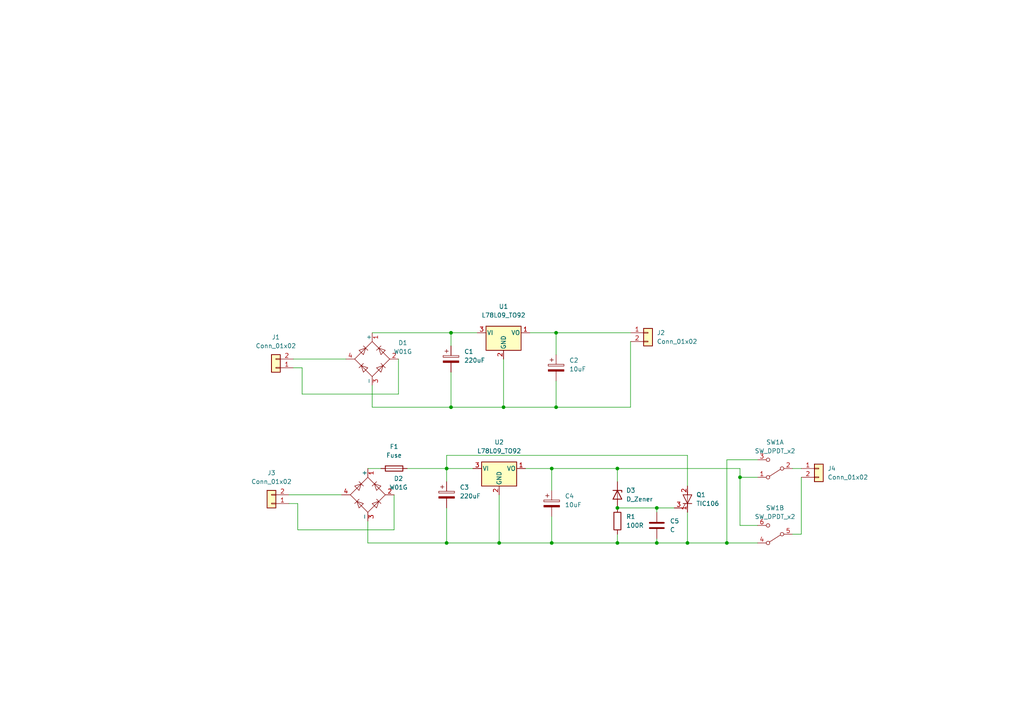
<source format=kicad_sch>
(kicad_sch (version 20211123) (generator eeschema)
  (paper "A4")
  (lib_symbols
    (symbol "Connector_Generic:Conn_01x02" (pin_names (offset 1.016) hide)
      (property "Reference" "J" (at 0 2.54 0))
      (property "Value" "Conn_01x02" (at 0 -5.08 0))
      (symbol "Conn_01x02_1_1"
        (rectangle (start -1.27 -2.413) (end 0 -2.667) (stroke (width 0.1524)))
        (rectangle (start -1.27 0.127) (end 0 -0.127) (stroke (width 0.1524)))
        (rectangle (start -1.27 1.27) (end 1.27 -3.81) (stroke (width 0.254)) (fill (type background)))
        (pin passive line (at -5.08 0 0) (length 3.81) (name "Pin_1") (number "1"))
        (pin passive line (at -5.08 -2.54 0) (length 3.81) (name "Pin_2") (number "2"))
      )
    )
    (symbol "Device:C" (pin_numbers hide) (pin_names (offset 0.254))
      (property "Reference" "C" (at 0.635 2.54 0))
      (property "Value" "C" (at 0.635 -2.54 0))
      (symbol "C_0_1"
        (polyline (pts (xy -2.032 -0.762) (xy 2.032 -0.762)) (stroke (width 0.508)))
        (polyline (pts (xy -2.032 0.762) (xy 2.032 0.762)) (stroke (width 0.508)))
      )
      (symbol "C_1_1"
        (pin passive line (at 0 3.81 270) (length 2.794) (name "~") (number "1"))
        (pin passive line (at 0 -3.81 90) (length 2.794) (name "~") (number "2"))
      )
    )
    (symbol "Device:C_Polarized" (pin_numbers hide) (pin_names (offset 0.254))
      (property "Reference" "C" (at 0.635 2.54 0))
      (property "Value" "C_Polarized" (at 0.635 -2.54 0))
      (symbol "C_Polarized_0_1"
        (rectangle (start -2.286 0.508) (end 2.286 1.016))
        (polyline (pts (xy -1.778 2.286) (xy -0.762 2.286)))
        (polyline (pts (xy -1.27 2.794) (xy -1.27 1.778)))
        (rectangle (start 2.286 -0.508) (end -2.286 -1.016) (fill (type outline)))
      )
      (symbol "C_Polarized_1_1"
        (pin passive line (at 0 3.81 270) (length 2.794) (name "~") (number "1"))
        (pin passive line (at 0 -3.81 90) (length 2.794) (name "~") (number "2"))
      )
    )
    (symbol "Device:D_Zener" (pin_numbers hide) (pin_names (offset 1.016) hide)
      (property "Reference" "D" (at 0 2.54 0))
      (property "Value" "D_Zener" (at 0 -2.54 0))
      (symbol "D_Zener_0_1"
        (polyline (pts (xy 1.27 0) (xy -1.27 0)))
        (polyline (pts (xy -1.27 -1.27) (xy -1.27 1.27) (xy -0.762 1.27)) (stroke (width 0.254)))
        (polyline (pts (xy 1.27 -1.27) (xy 1.27 1.27) (xy -1.27 0) (xy 1.27 -1.27)) (stroke (width 0.254)))
      )
      (symbol "D_Zener_1_1"
        (pin passive line (at -3.81 0 0) (length 2.54) (name "K") (number "1"))
        (pin passive line (at 3.81 0 180) (length 2.54) (name "A") (number "2"))
      )
    )
    (symbol "Device:Fuse" (pin_numbers hide) (pin_names (offset 0))
      (property "Reference" "F" (at 2.032 0 90))
      (property "Value" "Fuse" (at -1.905 0 90))
      (symbol "Fuse_0_1"
        (rectangle (start -0.762 -2.54) (end 0.762 2.54) (stroke (width 0.254)))
        (polyline (pts (xy 0 2.54) (xy 0 -2.54)))
      )
      (symbol "Fuse_1_1"
        (pin passive line (at 0 3.81 270) (length 1.27) (name "~") (number "1"))
        (pin passive line (at 0 -3.81 90) (length 1.27) (name "~") (number "2"))
      )
    )
    (symbol "Device:R" (pin_numbers hide) (pin_names (offset 0))
      (property "Reference" "R" (at 2.032 0 90))
      (property "Value" "R" (at 0 0 90))
      (symbol "R_0_1"
        (rectangle (start -1.016 -2.54) (end 1.016 2.54) (stroke (width 0.254)))
      )
      (symbol "R_1_1"
        (pin passive line (at 0 3.81 270) (length 1.27) (name "~") (number "1"))
        (pin passive line (at 0 -3.81 90) (length 1.27) (name "~") (number "2"))
      )
    )
    (symbol "Diode_Bridge:W01G" (pin_names (offset 0))
      (property "Reference" "D" (at 2.54 6.985 0))
      (property "Value" "W01G" (at 2.54 5.08 0))
      (symbol "W01G_0_1"
        (polyline (pts (xy -2.54 3.81) (xy -1.27 2.54)))
        (polyline (pts (xy -1.27 -2.54) (xy -2.54 -3.81)))
        (polyline (pts (xy 2.54 -1.27) (xy 3.81 -2.54)))
        (polyline (pts (xy 2.54 1.27) (xy 3.81 2.54)))
        (polyline (pts (xy -3.81 2.54) (xy -2.54 1.27) (xy -1.905 3.175) (xy -3.81 2.54)))
        (polyline (pts (xy -2.54 -1.27) (xy -3.81 -2.54) (xy -1.905 -3.175) (xy -2.54 -1.27)))
        (polyline (pts (xy 1.27 2.54) (xy 2.54 3.81) (xy 3.175 1.905) (xy 1.27 2.54)))
        (polyline (pts (xy 3.175 -1.905) (xy 1.27 -2.54) (xy 2.54 -3.81) (xy 3.175 -1.905)))
        (polyline (pts (xy -5.08 0) (xy 0 -5.08) (xy 5.08 0) (xy 0 5.08) (xy -5.08 0)))
      )
      (symbol "W01G_1_1"
        (pin passive line (at 7.62 0 180) (length 2.54) (name "+") (number "1"))
        (pin passive line (at 0 -7.62 90) (length 2.54) (name "~") (number "2"))
        (pin passive line (at -7.62 0 0) (length 2.54) (name "-") (number "3"))
        (pin passive line (at 0 7.62 270) (length 2.54) (name "~") (number "4"))
      )
    )
    (symbol "Regulator_Linear:L78L09_TO92" (pin_names (offset 0.254))
      (property "Reference" "U" (at -3.81 3.175 0))
      (property "Value" "L78L09_TO92" (at 0 3.175 0))
      (symbol "L78L09_TO92_0_1"
        (rectangle (start -5.08 -5.08) (end 5.08 1.905) (stroke (width 0.254)) (fill (type background)))
      )
      (symbol "L78L09_TO92_1_1"
        (pin power_out line (at 7.62 0 180) (length 2.54) (name "VO") (number "1"))
        (pin power_in line (at 0 -7.62 90) (length 2.54) (name "GND") (number "2"))
        (pin power_in line (at -7.62 0 0) (length 2.54) (name "VI") (number "3"))
      )
    )
    (symbol "Switch:SW_DPDT_x2" (pin_names (offset 0) hide)
      (property "Reference" "SW" (at 0 4.318 0))
      (property "Value" "SW_DPDT_x2" (at 0 -5.08 0))
      (symbol "SW_DPDT_x2_0_0"
        (circle (center -2.032 0) (radius 0.508))
        (circle (center 2.032 -2.54) (radius 0.508))
      )
      (symbol "SW_DPDT_x2_0_1"
        (polyline (pts (xy -1.524 0.254) (xy 1.651 2.286)))
        (circle (center 2.032 2.54) (radius 0.508))
      )
      (symbol "SW_DPDT_x2_1_1"
        (pin passive line (at 5.08 2.54 180) (length 2.54) (name "A") (number "1"))
        (pin passive line (at -5.08 0 0) (length 2.54) (name "B") (number "2"))
        (pin passive line (at 5.08 -2.54 180) (length 2.54) (name "C") (number "3"))
      )
      (symbol "SW_DPDT_x2_2_1"
        (pin passive line (at 5.08 2.54 180) (length 2.54) (name "A") (number "4"))
        (pin passive line (at -5.08 0 0) (length 2.54) (name "B") (number "5"))
        (pin passive line (at 5.08 -2.54 180) (length 2.54) (name "C") (number "6"))
      )
    )
    (symbol "Triac_Thyristor:TIC106" (pin_names (offset 0) hide)
      (property "Reference" "Q" (at 2.54 1.905 0))
      (property "Value" "TIC106" (at 2.54 0 0))
      (symbol "TIC106_0_1"
        (polyline (pts (xy -1.27 -2.54) (xy -0.635 -1.27)))
        (polyline (pts (xy -1.27 -1.27) (xy 1.27 -1.27)) (stroke (width 0.2032)))
        (polyline (pts (xy 0 -2.54) (xy 0 2.54)))
        (polyline (pts (xy -1.27 1.27) (xy 1.27 1.27) (xy 0 -1.27) (xy -1.27 1.27)) (stroke (width 0.2032)))
      )
      (symbol "TIC106_1_1"
        (pin passive line (at 0 -3.81 90) (length 2.54) (name "K") (number "1"))
        (pin passive line (at 0 3.81 270) (length 2.54) (name "A") (number "2"))
        (pin input line (at -3.81 -2.54 0) (length 2.54) (name "G") (number "3"))
      )
    )
  )
  (junction (at 144.78 157.48))
  (junction (at 210.82 157.48))
  (junction (at 161.29 96.52))
  (junction (at 130.81 96.52))
  (junction (at 160.02 135.89))
  (junction (at 179.07 135.89))
  (junction (at 199.39 157.48))
  (junction (at 179.07 157.48))
  (junction (at 190.5 157.48))
  (junction (at 129.54 157.48))
  (junction (at 161.29 118.11))
  (junction (at 179.07 147.32))
  (junction (at 214.63 138.43))
  (junction (at 130.81 118.11))
  (junction (at 160.02 157.48))
  (junction (at 129.54 135.89))
  (junction (at 146.05 118.11))
  (junction (at 190.5 147.32))
  (wire (pts (xy 161.29 110.49) (xy 161.29 118.11)))
  (wire (pts (xy 214.63 138.43) (xy 219.71 138.43)))
  (wire (pts (xy 144.78 157.48) (xy 160.02 157.48)))
  (wire (pts (xy 86.36 153.67) (xy 86.36 146.05)))
  (wire (pts (xy 115.57 104.14) (xy 115.57 114.3)))
  (wire (pts (xy 210.82 133.35) (xy 219.71 133.35)))
  (wire (pts (xy 87.63 114.3) (xy 87.63 106.68)))
  (wire (pts (xy 129.54 135.89) (xy 129.54 139.7)))
  (wire (pts (xy 107.95 118.11) (xy 107.95 111.76)))
  (wire (pts (xy 199.39 132.08) (xy 129.54 132.08)))
  (wire (pts (xy 179.07 157.48) (xy 190.5 157.48)))
  (wire (pts (xy 179.07 147.32) (xy 190.5 147.32)))
  (wire (pts (xy 130.81 107.95) (xy 130.81 118.11)))
  (wire (pts (xy 190.5 147.32) (xy 190.5 148.59)))
  (wire (pts (xy 214.63 135.89) (xy 214.63 138.43)))
  (wire (pts (xy 129.54 147.32) (xy 129.54 157.48)))
  (wire (pts (xy 129.54 157.48) (xy 144.78 157.48)))
  (wire (pts (xy 199.39 140.97) (xy 199.39 132.08)))
  (wire (pts (xy 219.71 157.48) (xy 210.82 157.48)))
  (wire (pts (xy 161.29 96.52) (xy 182.88 96.52)))
  (wire (pts (xy 87.63 114.3) (xy 115.57 114.3)))
  (wire (pts (xy 118.11 135.89) (xy 129.54 135.89)))
  (wire (pts (xy 229.87 154.94) (xy 232.41 154.94)))
  (wire (pts (xy 229.87 135.89) (xy 232.41 135.89)))
  (wire (pts (xy 106.68 135.89) (xy 110.49 135.89)))
  (wire (pts (xy 160.02 135.89) (xy 160.02 142.24)))
  (wire (pts (xy 199.39 157.48) (xy 210.82 157.48)))
  (wire (pts (xy 179.07 135.89) (xy 179.07 139.7)))
  (wire (pts (xy 190.5 157.48) (xy 199.39 157.48)))
  (wire (pts (xy 161.29 96.52) (xy 161.29 102.87)))
  (wire (pts (xy 153.67 96.52) (xy 161.29 96.52)))
  (wire (pts (xy 144.78 143.51) (xy 144.78 157.48)))
  (wire (pts (xy 179.07 154.94) (xy 179.07 157.48)))
  (wire (pts (xy 210.82 157.48) (xy 210.82 133.35)))
  (wire (pts (xy 130.81 118.11) (xy 146.05 118.11)))
  (wire (pts (xy 129.54 132.08) (xy 129.54 135.89)))
  (wire (pts (xy 146.05 104.14) (xy 146.05 118.11)))
  (wire (pts (xy 199.39 148.59) (xy 199.39 157.48)))
  (wire (pts (xy 190.5 147.32) (xy 195.58 147.32)))
  (wire (pts (xy 179.07 157.48) (xy 160.02 157.48)))
  (wire (pts (xy 130.81 96.52) (xy 130.81 100.33)))
  (wire (pts (xy 86.36 153.67) (xy 114.3 153.67)))
  (wire (pts (xy 214.63 138.43) (xy 214.63 152.4)))
  (wire (pts (xy 161.29 118.11) (xy 182.88 118.11)))
  (wire (pts (xy 232.41 154.94) (xy 232.41 138.43)))
  (wire (pts (xy 87.63 106.68) (xy 85.09 106.68)))
  (wire (pts (xy 83.82 143.51) (xy 99.06 143.51)))
  (wire (pts (xy 107.95 118.11) (xy 130.81 118.11)))
  (wire (pts (xy 179.07 135.89) (xy 214.63 135.89)))
  (wire (pts (xy 190.5 156.21) (xy 190.5 157.48)))
  (wire (pts (xy 129.54 135.89) (xy 137.16 135.89)))
  (wire (pts (xy 86.36 146.05) (xy 83.82 146.05)))
  (wire (pts (xy 214.63 152.4) (xy 219.71 152.4)))
  (wire (pts (xy 114.3 143.51) (xy 114.3 153.67)))
  (wire (pts (xy 160.02 135.89) (xy 179.07 135.89)))
  (wire (pts (xy 107.95 96.52) (xy 130.81 96.52)))
  (wire (pts (xy 182.88 118.11) (xy 182.88 99.06)))
  (wire (pts (xy 160.02 149.86) (xy 160.02 157.48)))
  (wire (pts (xy 85.09 104.14) (xy 100.33 104.14)))
  (wire (pts (xy 106.68 157.48) (xy 129.54 157.48)))
  (wire (pts (xy 152.4 135.89) (xy 160.02 135.89)))
  (wire (pts (xy 106.68 157.48) (xy 106.68 151.13)))
  (wire (pts (xy 146.05 118.11) (xy 161.29 118.11)))
  (wire (pts (xy 130.81 96.52) (xy 138.43 96.52)))
  (symbol (lib_id "Diode_Bridge:W01G") (at 106.68 143.51 90) (unit 1)
    (property "Reference" "D2" (at 115.57 138.811 90))
    (property "Value" "W01G" (at 115.57 141.351 90))
    (property "Footprint" "Diode_THT:Diode_Bridge_Round_D9.8mm" (effects hide))
    (property "Datasheet" "https://www.vishay.com/docs/88769/woo5g.pdf" (effects hide))
  )
  (symbol (lib_id "Device:Fuse") (at 114.3 135.89 90) (unit 1)
    (property "Reference" "F1" (at 114.3 129.54 90))
    (property "Value" "Fuse" (at 114.3 132.08 90))
  )
  (symbol (lib_id "Device:D_Zener") (at 179.07 143.51 270) (unit 1)
    (property "Reference" "D3" (at 181.61 142.2399 90) (effects (justify left)))
    (property "Value" "D_Zener" (at 181.61 144.7799 90) (effects (justify left)))
  )
  (symbol (lib_id "Regulator_Linear:L78L09_TO92") (at 144.78 135.89 0) (unit 1)
    (property "Reference" "U2" (at 144.78 128.27 0))
    (property "Value" "L78L09_TO92" (at 144.78 130.81 0))
    (property "Footprint" "Package_TO_SOT_THT:TO-92_Inline" (effects hide))
    (property "Datasheet" "http://www.st.com/content/ccc/resource/technical/document/datasheet/15/55/e5/aa/23/5b/43/fd/CD00000446.pdf/files/CD00000446.pdf/jcr:content/translations/en.CD00000446.pdf" (effects hide))
  )
  (symbol (lib_id "Device:C_Polarized") (at 130.81 104.14 0) (unit 1)
    (property "Reference" "C1" (at 134.62 101.9809 0) (effects (justify left)))
    (property "Value" "220uF" (at 134.62 104.5209 0) (effects (justify left)))
  )
  (symbol (lib_id "Device:R") (at 179.07 151.13 0) (unit 1)
    (property "Reference" "R1" (at 181.61 149.8599 0) (effects (justify left)))
    (property "Value" "100R" (at 181.61 152.4 0) (effects (justify left)))
  )
  (symbol (lib_id "Connector_Generic:Conn_01x02") (at 80.01 106.68 180) (unit 1)
    (property "Reference" "J1" (at 80.01 97.79 0))
    (property "Value" "Conn_01x02" (at 80.01 100.33 0))
  )
  (symbol (lib_id "Device:C") (at 190.5 152.4 0) (unit 1)
    (property "Reference" "C5" (at 194.31 151.1299 0) (effects (justify left)))
    (property "Value" "C" (at 194.31 153.6699 0) (effects (justify left)))
  )
  (symbol (lib_id "Diode_Bridge:W01G") (at 107.95 104.14 90) (unit 1)
    (property "Reference" "D1" (at 116.84 99.441 90))
    (property "Value" "W01G" (at 116.84 101.981 90))
    (property "Footprint" "Diode_THT:Diode_Bridge_Round_D9.8mm" (effects hide))
    (property "Datasheet" "https://www.vishay.com/docs/88769/woo5g.pdf" (effects hide))
  )
  (symbol (lib_id "Switch:SW_DPDT_x2") (at 224.79 135.89 180) (unit 1)
    (property "Reference" "SW1" (at 224.79 128.27 0))
    (property "Value" "SW_DPDT_x2" (at 224.79 130.81 0))
    (property "Footprint" "Button_Switch_THT:SW_E-Switch_EG1271_DPDT" (effects hide))
  )
  (symbol (lib_id "Triac_Thyristor:TIC106") (at 199.39 144.78 0) (unit 1)
    (property "Reference" "Q1" (at 201.93 143.5099 0) (effects (justify left)))
    (property "Value" "TIC106" (at 201.93 146.0499 0) (effects (justify left)))
    (property "Footprint" "Package_TO_SOT_THT:TO-220-3_Vertical" (effects hide))
    (property "Datasheet" "http://pdf.datasheetcatalog.com/datasheet/PowerInnovations/mXyzrtvs.pdf" (effects hide))
  )
  (symbol (lib_id "Regulator_Linear:L78L09_TO92") (at 146.05 96.52 0) (unit 1)
    (property "Reference" "U1" (at 146.05 88.9 0))
    (property "Value" "L78L09_TO92" (at 146.05 91.44 0))
    (property "Footprint" "Package_TO_SOT_THT:TO-92_Inline" (effects hide))
    (property "Datasheet" "http://www.st.com/content/ccc/resource/technical/document/datasheet/15/55/e5/aa/23/5b/43/fd/CD00000446.pdf/files/CD00000446.pdf/jcr:content/translations/en.CD00000446.pdf" (effects hide))
  )
  (symbol (lib_id "Switch:SW_DPDT_x2") (at 224.79 154.94 180) (unit 2)
    (property "Reference" "SW1" (at 224.79 147.32 0))
    (property "Value" "SW_DPDT_x2" (at 224.79 149.86 0))
    (property "Footprint" "Button_Switch_THT:SW_E-Switch_EG1271_DPDT" (effects hide))
  )
  (symbol (lib_id "Device:C_Polarized") (at 129.54 143.51 0) (unit 1)
    (property "Reference" "C3" (at 133.35 141.3509 0) (effects (justify left)))
    (property "Value" "220uF" (at 133.35 143.8909 0) (effects (justify left)))
  )
  (symbol (lib_id "Connector_Generic:Conn_01x02") (at 78.74 146.05 180) (unit 1)
    (property "Reference" "J3" (at 78.74 137.16 0))
    (property "Value" "Conn_01x02" (at 78.74 139.7 0))
  )
  (symbol (lib_id "Connector_Generic:Conn_01x02") (at 237.49 135.89 0) (unit 1)
    (property "Reference" "J4" (at 240.03 135.8899 0) (effects (justify left)))
    (property "Value" "Conn_01x02" (at 240.03 138.4299 0) (effects (justify left)))
  )
  (symbol (lib_id "Device:C_Polarized") (at 161.29 106.68 0) (unit 1)
    (property "Reference" "C2" (at 165.1 104.5209 0) (effects (justify left)))
    (property "Value" "10uF" (at 165.1 107.0609 0) (effects (justify left)))
  )
  (symbol (lib_id "Connector_Generic:Conn_01x02") (at 187.96 96.52 0) (unit 1)
    (property "Reference" "J2" (at 190.5 96.5199 0) (effects (justify left)))
    (property "Value" "Conn_01x02" (at 190.5 99.0599 0) (effects (justify left)))
  )
  (symbol (lib_id "Device:C_Polarized") (at 160.02 146.05 0) (unit 1)
    (property "Reference" "C4" (at 163.83 143.8909 0) (effects (justify left)))
    (property "Value" "10uF" (at 163.83 146.4309 0) (effects (justify left)))
  )
)
</source>
